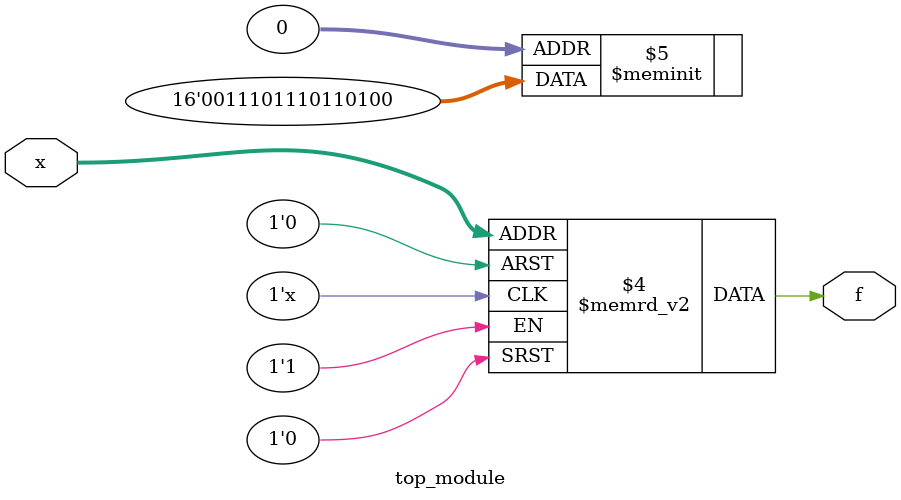
<source format=sv>
module top_module (
	input [4:1] x,
	output logic f
);
	always_comb begin
		case (x)
			4'b0000: f = 0;
			4'b0001: f = 0;
			4'b0010: f = 1;
			4'b0011: f = 0;
			4'b0100: f = 1;
			4'b0101: f = 1;
			4'b0110: f = 0;
			4'b0111: f = 1;
			4'b1000: f = 1;
			4'b1001: f = 1;
			4'b1010: f = 0;
			4'b1011: f = 1;
			4'b1100: f = 1;
			4'b1101: f = 1;
			4'b1110: f = 0;
			default: f = 0; // Assuming Don't Cares output 0
		endcase
	end
endmodule

</source>
